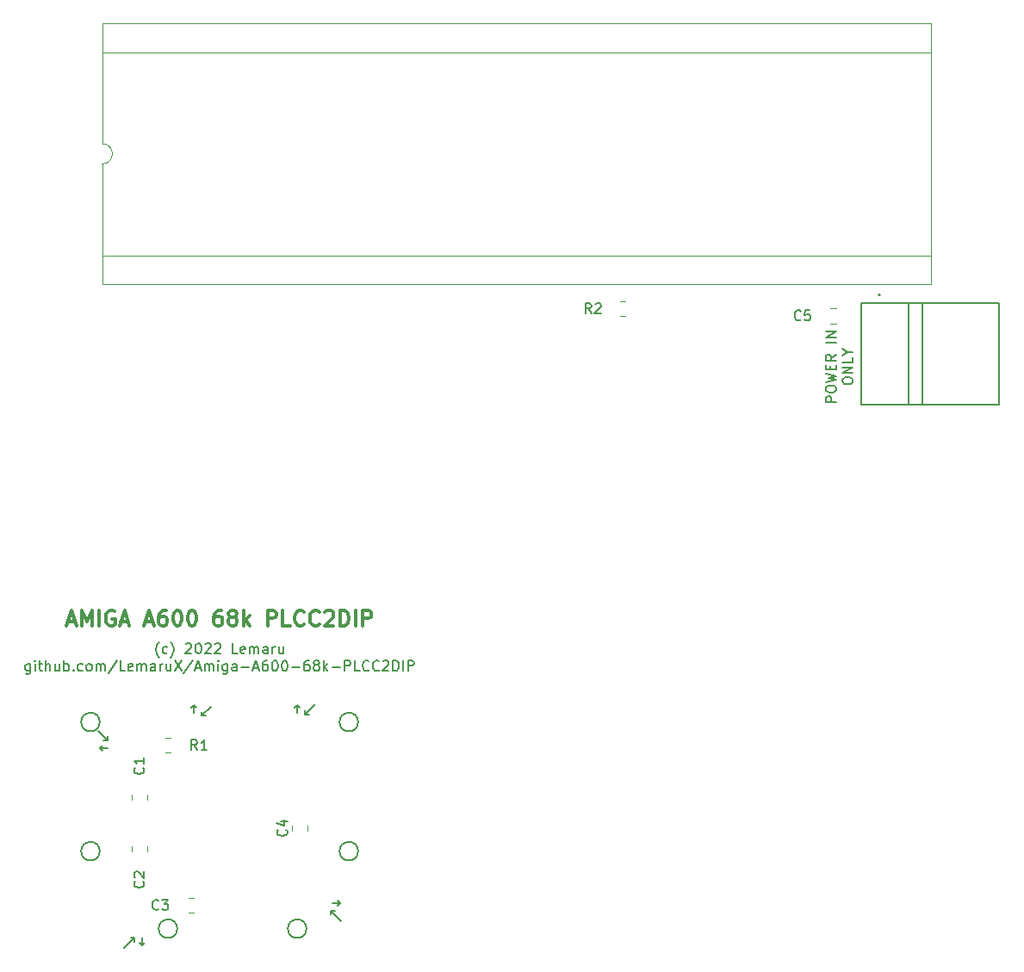
<source format=gto>
G04 #@! TF.GenerationSoftware,KiCad,Pcbnew,(5.1.12)-1*
G04 #@! TF.CreationDate,2022-03-01T21:28:55+00:00*
G04 #@! TF.ProjectId,A600_68k_PLCC_to_DIP64 _v1,41363030-5f36-4386-9b5f-504c43435f74,B*
G04 #@! TF.SameCoordinates,Original*
G04 #@! TF.FileFunction,Legend,Top*
G04 #@! TF.FilePolarity,Positive*
%FSLAX46Y46*%
G04 Gerber Fmt 4.6, Leading zero omitted, Abs format (unit mm)*
G04 Created by KiCad (PCBNEW (5.1.12)-1) date 2022-03-01 21:28:55*
%MOMM*%
%LPD*%
G01*
G04 APERTURE LIST*
%ADD10C,0.150000*%
%ADD11C,0.200000*%
%ADD12C,0.300000*%
%ADD13C,0.120000*%
%ADD14C,0.127000*%
%ADD15C,1.422400*%
%ADD16R,1.422400X1.422400*%
%ADD17C,0.700000*%
%ADD18C,4.000000*%
%ADD19C,1.408000*%
%ADD20R,1.408000X1.408000*%
G04 APERTURE END LIST*
D10*
X190127380Y-82827380D02*
X189127380Y-82827380D01*
X189127380Y-82446428D01*
X189175000Y-82351190D01*
X189222619Y-82303571D01*
X189317857Y-82255952D01*
X189460714Y-82255952D01*
X189555952Y-82303571D01*
X189603571Y-82351190D01*
X189651190Y-82446428D01*
X189651190Y-82827380D01*
X189127380Y-81636904D02*
X189127380Y-81446428D01*
X189175000Y-81351190D01*
X189270238Y-81255952D01*
X189460714Y-81208333D01*
X189794047Y-81208333D01*
X189984523Y-81255952D01*
X190079761Y-81351190D01*
X190127380Y-81446428D01*
X190127380Y-81636904D01*
X190079761Y-81732142D01*
X189984523Y-81827380D01*
X189794047Y-81875000D01*
X189460714Y-81875000D01*
X189270238Y-81827380D01*
X189175000Y-81732142D01*
X189127380Y-81636904D01*
X189127380Y-80875000D02*
X190127380Y-80636904D01*
X189413095Y-80446428D01*
X190127380Y-80255952D01*
X189127380Y-80017857D01*
X189603571Y-79636904D02*
X189603571Y-79303571D01*
X190127380Y-79160714D02*
X190127380Y-79636904D01*
X189127380Y-79636904D01*
X189127380Y-79160714D01*
X190127380Y-78160714D02*
X189651190Y-78494047D01*
X190127380Y-78732142D02*
X189127380Y-78732142D01*
X189127380Y-78351190D01*
X189175000Y-78255952D01*
X189222619Y-78208333D01*
X189317857Y-78160714D01*
X189460714Y-78160714D01*
X189555952Y-78208333D01*
X189603571Y-78255952D01*
X189651190Y-78351190D01*
X189651190Y-78732142D01*
X190127380Y-76970238D02*
X189127380Y-76970238D01*
X190127380Y-76494047D02*
X189127380Y-76494047D01*
X190127380Y-75922619D01*
X189127380Y-75922619D01*
X190777380Y-80827380D02*
X190777380Y-80636904D01*
X190825000Y-80541666D01*
X190920238Y-80446428D01*
X191110714Y-80398809D01*
X191444047Y-80398809D01*
X191634523Y-80446428D01*
X191729761Y-80541666D01*
X191777380Y-80636904D01*
X191777380Y-80827380D01*
X191729761Y-80922619D01*
X191634523Y-81017857D01*
X191444047Y-81065476D01*
X191110714Y-81065476D01*
X190920238Y-81017857D01*
X190825000Y-80922619D01*
X190777380Y-80827380D01*
X191777380Y-79970238D02*
X190777380Y-79970238D01*
X191777380Y-79398809D01*
X190777380Y-79398809D01*
X191777380Y-78446428D02*
X191777380Y-78922619D01*
X190777380Y-78922619D01*
X191301190Y-77922619D02*
X191777380Y-77922619D01*
X190777380Y-78255952D02*
X191301190Y-77922619D01*
X190777380Y-77589285D01*
D11*
X123587619Y-107933333D02*
X123540000Y-107885714D01*
X123444761Y-107742857D01*
X123397142Y-107647619D01*
X123349523Y-107504761D01*
X123301904Y-107266666D01*
X123301904Y-107076190D01*
X123349523Y-106838095D01*
X123397142Y-106695238D01*
X123444761Y-106600000D01*
X123540000Y-106457142D01*
X123587619Y-106409523D01*
X124397142Y-107504761D02*
X124301904Y-107552380D01*
X124111428Y-107552380D01*
X124016190Y-107504761D01*
X123968571Y-107457142D01*
X123920952Y-107361904D01*
X123920952Y-107076190D01*
X123968571Y-106980952D01*
X124016190Y-106933333D01*
X124111428Y-106885714D01*
X124301904Y-106885714D01*
X124397142Y-106933333D01*
X124730476Y-107933333D02*
X124778095Y-107885714D01*
X124873333Y-107742857D01*
X124920952Y-107647619D01*
X124968571Y-107504761D01*
X125016190Y-107266666D01*
X125016190Y-107076190D01*
X124968571Y-106838095D01*
X124920952Y-106695238D01*
X124873333Y-106600000D01*
X124778095Y-106457142D01*
X124730476Y-106409523D01*
X126206666Y-106647619D02*
X126254285Y-106600000D01*
X126349523Y-106552380D01*
X126587619Y-106552380D01*
X126682857Y-106600000D01*
X126730476Y-106647619D01*
X126778095Y-106742857D01*
X126778095Y-106838095D01*
X126730476Y-106980952D01*
X126159047Y-107552380D01*
X126778095Y-107552380D01*
X127397142Y-106552380D02*
X127492380Y-106552380D01*
X127587619Y-106600000D01*
X127635238Y-106647619D01*
X127682857Y-106742857D01*
X127730476Y-106933333D01*
X127730476Y-107171428D01*
X127682857Y-107361904D01*
X127635238Y-107457142D01*
X127587619Y-107504761D01*
X127492380Y-107552380D01*
X127397142Y-107552380D01*
X127301904Y-107504761D01*
X127254285Y-107457142D01*
X127206666Y-107361904D01*
X127159047Y-107171428D01*
X127159047Y-106933333D01*
X127206666Y-106742857D01*
X127254285Y-106647619D01*
X127301904Y-106600000D01*
X127397142Y-106552380D01*
X128111428Y-106647619D02*
X128159047Y-106600000D01*
X128254285Y-106552380D01*
X128492380Y-106552380D01*
X128587619Y-106600000D01*
X128635238Y-106647619D01*
X128682857Y-106742857D01*
X128682857Y-106838095D01*
X128635238Y-106980952D01*
X128063809Y-107552380D01*
X128682857Y-107552380D01*
X129063809Y-106647619D02*
X129111428Y-106600000D01*
X129206666Y-106552380D01*
X129444761Y-106552380D01*
X129540000Y-106600000D01*
X129587619Y-106647619D01*
X129635238Y-106742857D01*
X129635238Y-106838095D01*
X129587619Y-106980952D01*
X129016190Y-107552380D01*
X129635238Y-107552380D01*
X131301904Y-107552380D02*
X130825714Y-107552380D01*
X130825714Y-106552380D01*
X132016190Y-107504761D02*
X131920952Y-107552380D01*
X131730476Y-107552380D01*
X131635238Y-107504761D01*
X131587619Y-107409523D01*
X131587619Y-107028571D01*
X131635238Y-106933333D01*
X131730476Y-106885714D01*
X131920952Y-106885714D01*
X132016190Y-106933333D01*
X132063809Y-107028571D01*
X132063809Y-107123809D01*
X131587619Y-107219047D01*
X132492380Y-107552380D02*
X132492380Y-106885714D01*
X132492380Y-106980952D02*
X132540000Y-106933333D01*
X132635238Y-106885714D01*
X132778095Y-106885714D01*
X132873333Y-106933333D01*
X132920952Y-107028571D01*
X132920952Y-107552380D01*
X132920952Y-107028571D02*
X132968571Y-106933333D01*
X133063809Y-106885714D01*
X133206666Y-106885714D01*
X133301904Y-106933333D01*
X133349523Y-107028571D01*
X133349523Y-107552380D01*
X134254285Y-107552380D02*
X134254285Y-107028571D01*
X134206666Y-106933333D01*
X134111428Y-106885714D01*
X133920952Y-106885714D01*
X133825714Y-106933333D01*
X134254285Y-107504761D02*
X134159047Y-107552380D01*
X133920952Y-107552380D01*
X133825714Y-107504761D01*
X133778095Y-107409523D01*
X133778095Y-107314285D01*
X133825714Y-107219047D01*
X133920952Y-107171428D01*
X134159047Y-107171428D01*
X134254285Y-107123809D01*
X134730476Y-107552380D02*
X134730476Y-106885714D01*
X134730476Y-107076190D02*
X134778095Y-106980952D01*
X134825714Y-106933333D01*
X134920952Y-106885714D01*
X135016190Y-106885714D01*
X135778095Y-106885714D02*
X135778095Y-107552380D01*
X135349523Y-106885714D02*
X135349523Y-107409523D01*
X135397142Y-107504761D01*
X135492380Y-107552380D01*
X135635238Y-107552380D01*
X135730476Y-107504761D01*
X135778095Y-107457142D01*
X110920952Y-108585714D02*
X110920952Y-109395238D01*
X110873333Y-109490476D01*
X110825714Y-109538095D01*
X110730476Y-109585714D01*
X110587619Y-109585714D01*
X110492380Y-109538095D01*
X110920952Y-109204761D02*
X110825714Y-109252380D01*
X110635238Y-109252380D01*
X110540000Y-109204761D01*
X110492380Y-109157142D01*
X110444761Y-109061904D01*
X110444761Y-108776190D01*
X110492380Y-108680952D01*
X110540000Y-108633333D01*
X110635238Y-108585714D01*
X110825714Y-108585714D01*
X110920952Y-108633333D01*
X111397142Y-109252380D02*
X111397142Y-108585714D01*
X111397142Y-108252380D02*
X111349523Y-108300000D01*
X111397142Y-108347619D01*
X111444761Y-108300000D01*
X111397142Y-108252380D01*
X111397142Y-108347619D01*
X111730476Y-108585714D02*
X112111428Y-108585714D01*
X111873333Y-108252380D02*
X111873333Y-109109523D01*
X111920952Y-109204761D01*
X112016190Y-109252380D01*
X112111428Y-109252380D01*
X112444761Y-109252380D02*
X112444761Y-108252380D01*
X112873333Y-109252380D02*
X112873333Y-108728571D01*
X112825714Y-108633333D01*
X112730476Y-108585714D01*
X112587619Y-108585714D01*
X112492380Y-108633333D01*
X112444761Y-108680952D01*
X113778095Y-108585714D02*
X113778095Y-109252380D01*
X113349523Y-108585714D02*
X113349523Y-109109523D01*
X113397142Y-109204761D01*
X113492380Y-109252380D01*
X113635238Y-109252380D01*
X113730476Y-109204761D01*
X113778095Y-109157142D01*
X114254285Y-109252380D02*
X114254285Y-108252380D01*
X114254285Y-108633333D02*
X114349523Y-108585714D01*
X114540000Y-108585714D01*
X114635238Y-108633333D01*
X114682857Y-108680952D01*
X114730476Y-108776190D01*
X114730476Y-109061904D01*
X114682857Y-109157142D01*
X114635238Y-109204761D01*
X114540000Y-109252380D01*
X114349523Y-109252380D01*
X114254285Y-109204761D01*
X115159047Y-109157142D02*
X115206666Y-109204761D01*
X115159047Y-109252380D01*
X115111428Y-109204761D01*
X115159047Y-109157142D01*
X115159047Y-109252380D01*
X116063809Y-109204761D02*
X115968571Y-109252380D01*
X115778095Y-109252380D01*
X115682857Y-109204761D01*
X115635238Y-109157142D01*
X115587619Y-109061904D01*
X115587619Y-108776190D01*
X115635238Y-108680952D01*
X115682857Y-108633333D01*
X115778095Y-108585714D01*
X115968571Y-108585714D01*
X116063809Y-108633333D01*
X116635238Y-109252380D02*
X116540000Y-109204761D01*
X116492380Y-109157142D01*
X116444761Y-109061904D01*
X116444761Y-108776190D01*
X116492380Y-108680952D01*
X116540000Y-108633333D01*
X116635238Y-108585714D01*
X116778095Y-108585714D01*
X116873333Y-108633333D01*
X116920952Y-108680952D01*
X116968571Y-108776190D01*
X116968571Y-109061904D01*
X116920952Y-109157142D01*
X116873333Y-109204761D01*
X116778095Y-109252380D01*
X116635238Y-109252380D01*
X117397142Y-109252380D02*
X117397142Y-108585714D01*
X117397142Y-108680952D02*
X117444761Y-108633333D01*
X117540000Y-108585714D01*
X117682857Y-108585714D01*
X117778095Y-108633333D01*
X117825714Y-108728571D01*
X117825714Y-109252380D01*
X117825714Y-108728571D02*
X117873333Y-108633333D01*
X117968571Y-108585714D01*
X118111428Y-108585714D01*
X118206666Y-108633333D01*
X118254285Y-108728571D01*
X118254285Y-109252380D01*
X119444761Y-108204761D02*
X118587619Y-109490476D01*
X120254285Y-109252380D02*
X119778095Y-109252380D01*
X119778095Y-108252380D01*
X120968571Y-109204761D02*
X120873333Y-109252380D01*
X120682857Y-109252380D01*
X120587619Y-109204761D01*
X120540000Y-109109523D01*
X120540000Y-108728571D01*
X120587619Y-108633333D01*
X120682857Y-108585714D01*
X120873333Y-108585714D01*
X120968571Y-108633333D01*
X121016190Y-108728571D01*
X121016190Y-108823809D01*
X120540000Y-108919047D01*
X121444761Y-109252380D02*
X121444761Y-108585714D01*
X121444761Y-108680952D02*
X121492380Y-108633333D01*
X121587619Y-108585714D01*
X121730476Y-108585714D01*
X121825714Y-108633333D01*
X121873333Y-108728571D01*
X121873333Y-109252380D01*
X121873333Y-108728571D02*
X121920952Y-108633333D01*
X122016190Y-108585714D01*
X122159047Y-108585714D01*
X122254285Y-108633333D01*
X122301904Y-108728571D01*
X122301904Y-109252380D01*
X123206666Y-109252380D02*
X123206666Y-108728571D01*
X123159047Y-108633333D01*
X123063809Y-108585714D01*
X122873333Y-108585714D01*
X122778095Y-108633333D01*
X123206666Y-109204761D02*
X123111428Y-109252380D01*
X122873333Y-109252380D01*
X122778095Y-109204761D01*
X122730476Y-109109523D01*
X122730476Y-109014285D01*
X122778095Y-108919047D01*
X122873333Y-108871428D01*
X123111428Y-108871428D01*
X123206666Y-108823809D01*
X123682857Y-109252380D02*
X123682857Y-108585714D01*
X123682857Y-108776190D02*
X123730476Y-108680952D01*
X123778095Y-108633333D01*
X123873333Y-108585714D01*
X123968571Y-108585714D01*
X124730476Y-108585714D02*
X124730476Y-109252380D01*
X124301904Y-108585714D02*
X124301904Y-109109523D01*
X124349523Y-109204761D01*
X124444761Y-109252380D01*
X124587619Y-109252380D01*
X124682857Y-109204761D01*
X124730476Y-109157142D01*
X125111428Y-108252380D02*
X125778095Y-109252380D01*
X125778095Y-108252380D02*
X125111428Y-109252380D01*
X126873333Y-108204761D02*
X126016190Y-109490476D01*
X127159047Y-108966666D02*
X127635238Y-108966666D01*
X127063809Y-109252380D02*
X127397142Y-108252380D01*
X127730476Y-109252380D01*
X128063809Y-109252380D02*
X128063809Y-108585714D01*
X128063809Y-108680952D02*
X128111428Y-108633333D01*
X128206666Y-108585714D01*
X128349523Y-108585714D01*
X128444761Y-108633333D01*
X128492380Y-108728571D01*
X128492380Y-109252380D01*
X128492380Y-108728571D02*
X128540000Y-108633333D01*
X128635238Y-108585714D01*
X128778095Y-108585714D01*
X128873333Y-108633333D01*
X128920952Y-108728571D01*
X128920952Y-109252380D01*
X129397142Y-109252380D02*
X129397142Y-108585714D01*
X129397142Y-108252380D02*
X129349523Y-108300000D01*
X129397142Y-108347619D01*
X129444761Y-108300000D01*
X129397142Y-108252380D01*
X129397142Y-108347619D01*
X130301904Y-108585714D02*
X130301904Y-109395238D01*
X130254285Y-109490476D01*
X130206666Y-109538095D01*
X130111428Y-109585714D01*
X129968571Y-109585714D01*
X129873333Y-109538095D01*
X130301904Y-109204761D02*
X130206666Y-109252380D01*
X130016190Y-109252380D01*
X129920952Y-109204761D01*
X129873333Y-109157142D01*
X129825714Y-109061904D01*
X129825714Y-108776190D01*
X129873333Y-108680952D01*
X129920952Y-108633333D01*
X130016190Y-108585714D01*
X130206666Y-108585714D01*
X130301904Y-108633333D01*
X131206666Y-109252380D02*
X131206666Y-108728571D01*
X131159047Y-108633333D01*
X131063809Y-108585714D01*
X130873333Y-108585714D01*
X130778095Y-108633333D01*
X131206666Y-109204761D02*
X131111428Y-109252380D01*
X130873333Y-109252380D01*
X130778095Y-109204761D01*
X130730476Y-109109523D01*
X130730476Y-109014285D01*
X130778095Y-108919047D01*
X130873333Y-108871428D01*
X131111428Y-108871428D01*
X131206666Y-108823809D01*
X131682857Y-108871428D02*
X132444761Y-108871428D01*
X132873333Y-108966666D02*
X133349523Y-108966666D01*
X132778095Y-109252380D02*
X133111428Y-108252380D01*
X133444761Y-109252380D01*
X134206666Y-108252380D02*
X134016190Y-108252380D01*
X133920952Y-108300000D01*
X133873333Y-108347619D01*
X133778095Y-108490476D01*
X133730476Y-108680952D01*
X133730476Y-109061904D01*
X133778095Y-109157142D01*
X133825714Y-109204761D01*
X133920952Y-109252380D01*
X134111428Y-109252380D01*
X134206666Y-109204761D01*
X134254285Y-109157142D01*
X134301904Y-109061904D01*
X134301904Y-108823809D01*
X134254285Y-108728571D01*
X134206666Y-108680952D01*
X134111428Y-108633333D01*
X133920952Y-108633333D01*
X133825714Y-108680952D01*
X133778095Y-108728571D01*
X133730476Y-108823809D01*
X134920952Y-108252380D02*
X135016190Y-108252380D01*
X135111428Y-108300000D01*
X135159047Y-108347619D01*
X135206666Y-108442857D01*
X135254285Y-108633333D01*
X135254285Y-108871428D01*
X135206666Y-109061904D01*
X135159047Y-109157142D01*
X135111428Y-109204761D01*
X135016190Y-109252380D01*
X134920952Y-109252380D01*
X134825714Y-109204761D01*
X134778095Y-109157142D01*
X134730476Y-109061904D01*
X134682857Y-108871428D01*
X134682857Y-108633333D01*
X134730476Y-108442857D01*
X134778095Y-108347619D01*
X134825714Y-108300000D01*
X134920952Y-108252380D01*
X135873333Y-108252380D02*
X135968571Y-108252380D01*
X136063809Y-108300000D01*
X136111428Y-108347619D01*
X136159047Y-108442857D01*
X136206666Y-108633333D01*
X136206666Y-108871428D01*
X136159047Y-109061904D01*
X136111428Y-109157142D01*
X136063809Y-109204761D01*
X135968571Y-109252380D01*
X135873333Y-109252380D01*
X135778095Y-109204761D01*
X135730476Y-109157142D01*
X135682857Y-109061904D01*
X135635238Y-108871428D01*
X135635238Y-108633333D01*
X135682857Y-108442857D01*
X135730476Y-108347619D01*
X135778095Y-108300000D01*
X135873333Y-108252380D01*
X136635238Y-108871428D02*
X137397142Y-108871428D01*
X138301904Y-108252380D02*
X138111428Y-108252380D01*
X138016190Y-108300000D01*
X137968571Y-108347619D01*
X137873333Y-108490476D01*
X137825714Y-108680952D01*
X137825714Y-109061904D01*
X137873333Y-109157142D01*
X137920952Y-109204761D01*
X138016190Y-109252380D01*
X138206666Y-109252380D01*
X138301904Y-109204761D01*
X138349523Y-109157142D01*
X138397142Y-109061904D01*
X138397142Y-108823809D01*
X138349523Y-108728571D01*
X138301904Y-108680952D01*
X138206666Y-108633333D01*
X138016190Y-108633333D01*
X137920952Y-108680952D01*
X137873333Y-108728571D01*
X137825714Y-108823809D01*
X138968571Y-108680952D02*
X138873333Y-108633333D01*
X138825714Y-108585714D01*
X138778095Y-108490476D01*
X138778095Y-108442857D01*
X138825714Y-108347619D01*
X138873333Y-108300000D01*
X138968571Y-108252380D01*
X139159047Y-108252380D01*
X139254285Y-108300000D01*
X139301904Y-108347619D01*
X139349523Y-108442857D01*
X139349523Y-108490476D01*
X139301904Y-108585714D01*
X139254285Y-108633333D01*
X139159047Y-108680952D01*
X138968571Y-108680952D01*
X138873333Y-108728571D01*
X138825714Y-108776190D01*
X138778095Y-108871428D01*
X138778095Y-109061904D01*
X138825714Y-109157142D01*
X138873333Y-109204761D01*
X138968571Y-109252380D01*
X139159047Y-109252380D01*
X139254285Y-109204761D01*
X139301904Y-109157142D01*
X139349523Y-109061904D01*
X139349523Y-108871428D01*
X139301904Y-108776190D01*
X139254285Y-108728571D01*
X139159047Y-108680952D01*
X139778095Y-109252380D02*
X139778095Y-108252380D01*
X139873333Y-108871428D02*
X140159047Y-109252380D01*
X140159047Y-108585714D02*
X139778095Y-108966666D01*
X140587619Y-108871428D02*
X141349523Y-108871428D01*
X141825714Y-109252380D02*
X141825714Y-108252380D01*
X142206666Y-108252380D01*
X142301904Y-108300000D01*
X142349523Y-108347619D01*
X142397142Y-108442857D01*
X142397142Y-108585714D01*
X142349523Y-108680952D01*
X142301904Y-108728571D01*
X142206666Y-108776190D01*
X141825714Y-108776190D01*
X143301904Y-109252380D02*
X142825714Y-109252380D01*
X142825714Y-108252380D01*
X144206666Y-109157142D02*
X144159047Y-109204761D01*
X144016190Y-109252380D01*
X143920952Y-109252380D01*
X143778095Y-109204761D01*
X143682857Y-109109523D01*
X143635238Y-109014285D01*
X143587619Y-108823809D01*
X143587619Y-108680952D01*
X143635238Y-108490476D01*
X143682857Y-108395238D01*
X143778095Y-108300000D01*
X143920952Y-108252380D01*
X144016190Y-108252380D01*
X144159047Y-108300000D01*
X144206666Y-108347619D01*
X145206666Y-109157142D02*
X145159047Y-109204761D01*
X145016190Y-109252380D01*
X144920952Y-109252380D01*
X144778095Y-109204761D01*
X144682857Y-109109523D01*
X144635238Y-109014285D01*
X144587619Y-108823809D01*
X144587619Y-108680952D01*
X144635238Y-108490476D01*
X144682857Y-108395238D01*
X144778095Y-108300000D01*
X144920952Y-108252380D01*
X145016190Y-108252380D01*
X145159047Y-108300000D01*
X145206666Y-108347619D01*
X145587619Y-108347619D02*
X145635238Y-108300000D01*
X145730476Y-108252380D01*
X145968571Y-108252380D01*
X146063809Y-108300000D01*
X146111428Y-108347619D01*
X146159047Y-108442857D01*
X146159047Y-108538095D01*
X146111428Y-108680952D01*
X145540000Y-109252380D01*
X146159047Y-109252380D01*
X146587619Y-109252380D02*
X146587619Y-108252380D01*
X146825714Y-108252380D01*
X146968571Y-108300000D01*
X147063809Y-108395238D01*
X147111428Y-108490476D01*
X147159047Y-108680952D01*
X147159047Y-108823809D01*
X147111428Y-109014285D01*
X147063809Y-109109523D01*
X146968571Y-109204761D01*
X146825714Y-109252380D01*
X146587619Y-109252380D01*
X147587619Y-109252380D02*
X147587619Y-108252380D01*
X148063809Y-109252380D02*
X148063809Y-108252380D01*
X148444761Y-108252380D01*
X148540000Y-108300000D01*
X148587619Y-108347619D01*
X148635238Y-108442857D01*
X148635238Y-108585714D01*
X148587619Y-108680952D01*
X148540000Y-108728571D01*
X148444761Y-108776190D01*
X148063809Y-108776190D01*
D12*
X114611428Y-104390000D02*
X115325714Y-104390000D01*
X114468571Y-104818571D02*
X114968571Y-103318571D01*
X115468571Y-104818571D01*
X115968571Y-104818571D02*
X115968571Y-103318571D01*
X116468571Y-104390000D01*
X116968571Y-103318571D01*
X116968571Y-104818571D01*
X117682857Y-104818571D02*
X117682857Y-103318571D01*
X119182857Y-103390000D02*
X119040000Y-103318571D01*
X118825714Y-103318571D01*
X118611428Y-103390000D01*
X118468571Y-103532857D01*
X118397142Y-103675714D01*
X118325714Y-103961428D01*
X118325714Y-104175714D01*
X118397142Y-104461428D01*
X118468571Y-104604285D01*
X118611428Y-104747142D01*
X118825714Y-104818571D01*
X118968571Y-104818571D01*
X119182857Y-104747142D01*
X119254285Y-104675714D01*
X119254285Y-104175714D01*
X118968571Y-104175714D01*
X119825714Y-104390000D02*
X120540000Y-104390000D01*
X119682857Y-104818571D02*
X120182857Y-103318571D01*
X120682857Y-104818571D01*
X122254285Y-104390000D02*
X122968571Y-104390000D01*
X122111428Y-104818571D02*
X122611428Y-103318571D01*
X123111428Y-104818571D01*
X124254285Y-103318571D02*
X123968571Y-103318571D01*
X123825714Y-103390000D01*
X123754285Y-103461428D01*
X123611428Y-103675714D01*
X123540000Y-103961428D01*
X123540000Y-104532857D01*
X123611428Y-104675714D01*
X123682857Y-104747142D01*
X123825714Y-104818571D01*
X124111428Y-104818571D01*
X124254285Y-104747142D01*
X124325714Y-104675714D01*
X124397142Y-104532857D01*
X124397142Y-104175714D01*
X124325714Y-104032857D01*
X124254285Y-103961428D01*
X124111428Y-103890000D01*
X123825714Y-103890000D01*
X123682857Y-103961428D01*
X123611428Y-104032857D01*
X123540000Y-104175714D01*
X125325714Y-103318571D02*
X125468571Y-103318571D01*
X125611428Y-103390000D01*
X125682857Y-103461428D01*
X125754285Y-103604285D01*
X125825714Y-103890000D01*
X125825714Y-104247142D01*
X125754285Y-104532857D01*
X125682857Y-104675714D01*
X125611428Y-104747142D01*
X125468571Y-104818571D01*
X125325714Y-104818571D01*
X125182857Y-104747142D01*
X125111428Y-104675714D01*
X125040000Y-104532857D01*
X124968571Y-104247142D01*
X124968571Y-103890000D01*
X125040000Y-103604285D01*
X125111428Y-103461428D01*
X125182857Y-103390000D01*
X125325714Y-103318571D01*
X126754285Y-103318571D02*
X126897142Y-103318571D01*
X127040000Y-103390000D01*
X127111428Y-103461428D01*
X127182857Y-103604285D01*
X127254285Y-103890000D01*
X127254285Y-104247142D01*
X127182857Y-104532857D01*
X127111428Y-104675714D01*
X127040000Y-104747142D01*
X126897142Y-104818571D01*
X126754285Y-104818571D01*
X126611428Y-104747142D01*
X126540000Y-104675714D01*
X126468571Y-104532857D01*
X126397142Y-104247142D01*
X126397142Y-103890000D01*
X126468571Y-103604285D01*
X126540000Y-103461428D01*
X126611428Y-103390000D01*
X126754285Y-103318571D01*
X129682857Y-103318571D02*
X129397142Y-103318571D01*
X129254285Y-103390000D01*
X129182857Y-103461428D01*
X129040000Y-103675714D01*
X128968571Y-103961428D01*
X128968571Y-104532857D01*
X129040000Y-104675714D01*
X129111428Y-104747142D01*
X129254285Y-104818571D01*
X129540000Y-104818571D01*
X129682857Y-104747142D01*
X129754285Y-104675714D01*
X129825714Y-104532857D01*
X129825714Y-104175714D01*
X129754285Y-104032857D01*
X129682857Y-103961428D01*
X129540000Y-103890000D01*
X129254285Y-103890000D01*
X129111428Y-103961428D01*
X129040000Y-104032857D01*
X128968571Y-104175714D01*
X130682857Y-103961428D02*
X130540000Y-103890000D01*
X130468571Y-103818571D01*
X130397142Y-103675714D01*
X130397142Y-103604285D01*
X130468571Y-103461428D01*
X130540000Y-103390000D01*
X130682857Y-103318571D01*
X130968571Y-103318571D01*
X131111428Y-103390000D01*
X131182857Y-103461428D01*
X131254285Y-103604285D01*
X131254285Y-103675714D01*
X131182857Y-103818571D01*
X131111428Y-103890000D01*
X130968571Y-103961428D01*
X130682857Y-103961428D01*
X130540000Y-104032857D01*
X130468571Y-104104285D01*
X130397142Y-104247142D01*
X130397142Y-104532857D01*
X130468571Y-104675714D01*
X130540000Y-104747142D01*
X130682857Y-104818571D01*
X130968571Y-104818571D01*
X131111428Y-104747142D01*
X131182857Y-104675714D01*
X131254285Y-104532857D01*
X131254285Y-104247142D01*
X131182857Y-104104285D01*
X131111428Y-104032857D01*
X130968571Y-103961428D01*
X131897142Y-104818571D02*
X131897142Y-103318571D01*
X132040000Y-104247142D02*
X132468571Y-104818571D01*
X132468571Y-103818571D02*
X131897142Y-104390000D01*
X134254285Y-104818571D02*
X134254285Y-103318571D01*
X134825714Y-103318571D01*
X134968571Y-103390000D01*
X135040000Y-103461428D01*
X135111428Y-103604285D01*
X135111428Y-103818571D01*
X135040000Y-103961428D01*
X134968571Y-104032857D01*
X134825714Y-104104285D01*
X134254285Y-104104285D01*
X136468571Y-104818571D02*
X135754285Y-104818571D01*
X135754285Y-103318571D01*
X137825714Y-104675714D02*
X137754285Y-104747142D01*
X137540000Y-104818571D01*
X137397142Y-104818571D01*
X137182857Y-104747142D01*
X137040000Y-104604285D01*
X136968571Y-104461428D01*
X136897142Y-104175714D01*
X136897142Y-103961428D01*
X136968571Y-103675714D01*
X137040000Y-103532857D01*
X137182857Y-103390000D01*
X137397142Y-103318571D01*
X137540000Y-103318571D01*
X137754285Y-103390000D01*
X137825714Y-103461428D01*
X139325714Y-104675714D02*
X139254285Y-104747142D01*
X139040000Y-104818571D01*
X138897142Y-104818571D01*
X138682857Y-104747142D01*
X138540000Y-104604285D01*
X138468571Y-104461428D01*
X138397142Y-104175714D01*
X138397142Y-103961428D01*
X138468571Y-103675714D01*
X138540000Y-103532857D01*
X138682857Y-103390000D01*
X138897142Y-103318571D01*
X139040000Y-103318571D01*
X139254285Y-103390000D01*
X139325714Y-103461428D01*
X139897142Y-103461428D02*
X139968571Y-103390000D01*
X140111428Y-103318571D01*
X140468571Y-103318571D01*
X140611428Y-103390000D01*
X140682857Y-103461428D01*
X140754285Y-103604285D01*
X140754285Y-103747142D01*
X140682857Y-103961428D01*
X139825714Y-104818571D01*
X140754285Y-104818571D01*
X141397142Y-104818571D02*
X141397142Y-103318571D01*
X141754285Y-103318571D01*
X141968571Y-103390000D01*
X142111428Y-103532857D01*
X142182857Y-103675714D01*
X142254285Y-103961428D01*
X142254285Y-104175714D01*
X142182857Y-104461428D01*
X142111428Y-104604285D01*
X141968571Y-104747142D01*
X141754285Y-104818571D01*
X141397142Y-104818571D01*
X142897142Y-104818571D02*
X142897142Y-103318571D01*
X143611428Y-104818571D02*
X143611428Y-103318571D01*
X144182857Y-103318571D01*
X144325714Y-103390000D01*
X144397142Y-103461428D01*
X144468571Y-103604285D01*
X144468571Y-103818571D01*
X144397142Y-103961428D01*
X144325714Y-104032857D01*
X144182857Y-104104285D01*
X143611428Y-104104285D01*
D13*
X117990000Y-59420000D02*
X117990000Y-71240000D01*
X117990000Y-68410000D02*
X199510000Y-68410000D01*
X199510000Y-68410000D02*
X199510000Y-48430000D01*
X199510000Y-48430000D02*
X117990000Y-48430000D01*
X117990000Y-45600000D02*
X117990000Y-57420000D01*
X117990000Y-71240000D02*
X199510000Y-71240000D01*
X199510000Y-71240000D02*
X199510000Y-45600000D01*
X199510000Y-45600000D02*
X117990000Y-45600000D01*
X117990000Y-57420000D02*
G75*
G02*
X117990000Y-59420000I0J-1000000D01*
G01*
D10*
X137160000Y-112649000D02*
X136906000Y-112903000D01*
X137160000Y-113411000D02*
X137160000Y-112649000D01*
X137414000Y-112903000D02*
X137160000Y-112649000D01*
X141097000Y-132334000D02*
X141351000Y-132080000D01*
X141351000Y-132080000D02*
X141097000Y-131826000D01*
X140589000Y-132080000D02*
X141351000Y-132080000D01*
X138303000Y-113538000D02*
X137922000Y-113538000D01*
X138938000Y-112522000D02*
X137922000Y-113538000D01*
X137922000Y-113538000D02*
X137922000Y-113157000D01*
X140843000Y-132842000D02*
X140462000Y-132842000D01*
X140462000Y-132842000D02*
X140462000Y-133223000D01*
X141478000Y-133858000D02*
X140462000Y-132842000D01*
X121158000Y-135890000D02*
X121158000Y-135509000D01*
X121158000Y-135509000D02*
X120777000Y-135509000D01*
X120142000Y-136525000D02*
X121158000Y-135509000D01*
X117983000Y-116586000D02*
X117729000Y-116840000D01*
X117729000Y-116840000D02*
X117983000Y-117094000D01*
X118491000Y-116840000D02*
X117729000Y-116840000D01*
X118110000Y-116078000D02*
X118491000Y-116078000D01*
X118491000Y-116078000D02*
X118491000Y-115697000D01*
X117602000Y-115189000D02*
X118491000Y-116078000D01*
X127254000Y-112903000D02*
X127000000Y-112649000D01*
X127000000Y-112649000D02*
X126746000Y-112903000D01*
X127000000Y-113411000D02*
X127000000Y-112649000D01*
X128143000Y-113665000D02*
X127762000Y-113665000D01*
X127762000Y-113665000D02*
X127762000Y-113284000D01*
X128651000Y-112776000D02*
X127762000Y-113665000D01*
X122174000Y-136017000D02*
X121920000Y-136271000D01*
X121920000Y-136271000D02*
X121666000Y-136017000D01*
X121920000Y-135509000D02*
X121920000Y-136144000D01*
X117755810Y-114300000D02*
G75*
G03*
X117755810Y-114300000I-915810J0D01*
G01*
X117755810Y-127000000D02*
G75*
G03*
X117755810Y-127000000I-915810J0D01*
G01*
X125375810Y-134620000D02*
G75*
G03*
X125375810Y-134620000I-915810J0D01*
G01*
X138075810Y-134620000D02*
G75*
G03*
X138075810Y-134620000I-915810J0D01*
G01*
X143155810Y-127000000D02*
G75*
G03*
X143155810Y-127000000I-915810J0D01*
G01*
X143155810Y-114300000D02*
G75*
G03*
X143155810Y-114300000I-915810J0D01*
G01*
D13*
X122401000Y-121404748D02*
X122401000Y-121927252D01*
X120931000Y-121404748D02*
X120931000Y-121927252D01*
X120931000Y-126484748D02*
X120931000Y-127007252D01*
X122401000Y-126484748D02*
X122401000Y-127007252D01*
X126484748Y-131599000D02*
X127007252Y-131599000D01*
X126484748Y-133069000D02*
X127007252Y-133069000D01*
X138149000Y-124975252D02*
X138149000Y-124452748D01*
X136679000Y-124975252D02*
X136679000Y-124452748D01*
X124232936Y-115851000D02*
X124687064Y-115851000D01*
X124232936Y-117321000D02*
X124687064Y-117321000D01*
X168927936Y-74395000D02*
X169382064Y-74395000D01*
X168927936Y-72925000D02*
X169382064Y-72925000D01*
D14*
X197240000Y-73105000D02*
X197240000Y-83105000D01*
X198640000Y-73105000D02*
X198640000Y-83105000D01*
D11*
X194490000Y-72305000D02*
G75*
G03*
X194490000Y-72305000I-100000J0D01*
G01*
D14*
X197240000Y-73105000D02*
X192640000Y-73105000D01*
X198640000Y-73105000D02*
X197240000Y-73105000D01*
X206140000Y-73105000D02*
X198640000Y-73105000D01*
X206140000Y-83105000D02*
X206140000Y-73105000D01*
X198640000Y-83105000D02*
X206140000Y-83105000D01*
X197240000Y-83105000D02*
X198640000Y-83105000D01*
X192640000Y-83105000D02*
X197240000Y-83105000D01*
X192640000Y-73105000D02*
X192640000Y-83105000D01*
D13*
X190126252Y-73620000D02*
X189603748Y-73620000D01*
X190126252Y-75090000D02*
X189603748Y-75090000D01*
D10*
X122023142Y-118784666D02*
X122070761Y-118832285D01*
X122118380Y-118975142D01*
X122118380Y-119070380D01*
X122070761Y-119213238D01*
X121975523Y-119308476D01*
X121880285Y-119356095D01*
X121689809Y-119403714D01*
X121546952Y-119403714D01*
X121356476Y-119356095D01*
X121261238Y-119308476D01*
X121166000Y-119213238D01*
X121118380Y-119070380D01*
X121118380Y-118975142D01*
X121166000Y-118832285D01*
X121213619Y-118784666D01*
X122118380Y-117832285D02*
X122118380Y-118403714D01*
X122118380Y-118118000D02*
X121118380Y-118118000D01*
X121261238Y-118213238D01*
X121356476Y-118308476D01*
X121404095Y-118403714D01*
X122023142Y-129960666D02*
X122070761Y-130008285D01*
X122118380Y-130151142D01*
X122118380Y-130246380D01*
X122070761Y-130389238D01*
X121975523Y-130484476D01*
X121880285Y-130532095D01*
X121689809Y-130579714D01*
X121546952Y-130579714D01*
X121356476Y-130532095D01*
X121261238Y-130484476D01*
X121166000Y-130389238D01*
X121118380Y-130246380D01*
X121118380Y-130151142D01*
X121166000Y-130008285D01*
X121213619Y-129960666D01*
X121213619Y-129579714D02*
X121166000Y-129532095D01*
X121118380Y-129436857D01*
X121118380Y-129198761D01*
X121166000Y-129103523D01*
X121213619Y-129055904D01*
X121308857Y-129008285D01*
X121404095Y-129008285D01*
X121546952Y-129055904D01*
X122118380Y-129627333D01*
X122118380Y-129008285D01*
X123531333Y-132691142D02*
X123483714Y-132738761D01*
X123340857Y-132786380D01*
X123245619Y-132786380D01*
X123102761Y-132738761D01*
X123007523Y-132643523D01*
X122959904Y-132548285D01*
X122912285Y-132357809D01*
X122912285Y-132214952D01*
X122959904Y-132024476D01*
X123007523Y-131929238D01*
X123102761Y-131834000D01*
X123245619Y-131786380D01*
X123340857Y-131786380D01*
X123483714Y-131834000D01*
X123531333Y-131881619D01*
X123864666Y-131786380D02*
X124483714Y-131786380D01*
X124150380Y-132167333D01*
X124293238Y-132167333D01*
X124388476Y-132214952D01*
X124436095Y-132262571D01*
X124483714Y-132357809D01*
X124483714Y-132595904D01*
X124436095Y-132691142D01*
X124388476Y-132738761D01*
X124293238Y-132786380D01*
X124007523Y-132786380D01*
X123912285Y-132738761D01*
X123864666Y-132691142D01*
X136091142Y-124880666D02*
X136138761Y-124928285D01*
X136186380Y-125071142D01*
X136186380Y-125166380D01*
X136138761Y-125309238D01*
X136043523Y-125404476D01*
X135948285Y-125452095D01*
X135757809Y-125499714D01*
X135614952Y-125499714D01*
X135424476Y-125452095D01*
X135329238Y-125404476D01*
X135234000Y-125309238D01*
X135186380Y-125166380D01*
X135186380Y-125071142D01*
X135234000Y-124928285D01*
X135281619Y-124880666D01*
X135519714Y-124023523D02*
X136186380Y-124023523D01*
X135138761Y-124261619D02*
X135853047Y-124499714D01*
X135853047Y-123880666D01*
X127341333Y-117038380D02*
X127008000Y-116562190D01*
X126769904Y-117038380D02*
X126769904Y-116038380D01*
X127150857Y-116038380D01*
X127246095Y-116086000D01*
X127293714Y-116133619D01*
X127341333Y-116228857D01*
X127341333Y-116371714D01*
X127293714Y-116466952D01*
X127246095Y-116514571D01*
X127150857Y-116562190D01*
X126769904Y-116562190D01*
X128293714Y-117038380D02*
X127722285Y-117038380D01*
X128008000Y-117038380D02*
X128008000Y-116038380D01*
X127912761Y-116181238D01*
X127817523Y-116276476D01*
X127722285Y-116324095D01*
X166076333Y-74112380D02*
X165743000Y-73636190D01*
X165504904Y-74112380D02*
X165504904Y-73112380D01*
X165885857Y-73112380D01*
X165981095Y-73160000D01*
X166028714Y-73207619D01*
X166076333Y-73302857D01*
X166076333Y-73445714D01*
X166028714Y-73540952D01*
X165981095Y-73588571D01*
X165885857Y-73636190D01*
X165504904Y-73636190D01*
X166457285Y-73207619D02*
X166504904Y-73160000D01*
X166600142Y-73112380D01*
X166838238Y-73112380D01*
X166933476Y-73160000D01*
X166981095Y-73207619D01*
X167028714Y-73302857D01*
X167028714Y-73398095D01*
X166981095Y-73540952D01*
X166409666Y-74112380D01*
X167028714Y-74112380D01*
X186671833Y-74712142D02*
X186624214Y-74759761D01*
X186481357Y-74807380D01*
X186386119Y-74807380D01*
X186243261Y-74759761D01*
X186148023Y-74664523D01*
X186100404Y-74569285D01*
X186052785Y-74378809D01*
X186052785Y-74235952D01*
X186100404Y-74045476D01*
X186148023Y-73950238D01*
X186243261Y-73855000D01*
X186386119Y-73807380D01*
X186481357Y-73807380D01*
X186624214Y-73855000D01*
X186671833Y-73902619D01*
X187576595Y-73807380D02*
X187100404Y-73807380D01*
X187052785Y-74283571D01*
X187100404Y-74235952D01*
X187195642Y-74188333D01*
X187433738Y-74188333D01*
X187528976Y-74235952D01*
X187576595Y-74283571D01*
X187624214Y-74378809D01*
X187624214Y-74616904D01*
X187576595Y-74712142D01*
X187528976Y-74759761D01*
X187433738Y-74807380D01*
X187195642Y-74807380D01*
X187100404Y-74759761D01*
X187052785Y-74712142D01*
%LPC*%
D15*
X119380000Y-46990000D03*
X198120000Y-69850000D03*
X121920000Y-46990000D03*
X195580000Y-69850000D03*
X124460000Y-46990000D03*
X193040000Y-69850000D03*
X127000000Y-46990000D03*
X190500000Y-69850000D03*
X129540000Y-46990000D03*
X187960000Y-69850000D03*
X132080000Y-46990000D03*
X185420000Y-69850000D03*
X134620000Y-46990000D03*
X182880000Y-69850000D03*
X137160000Y-46990000D03*
X180340000Y-69850000D03*
X139700000Y-46990000D03*
X177800000Y-69850000D03*
X142240000Y-46990000D03*
X175260000Y-69850000D03*
X144780000Y-46990000D03*
X172720000Y-69850000D03*
X147320000Y-46990000D03*
X170180000Y-69850000D03*
X149860000Y-46990000D03*
X167640000Y-69850000D03*
X152400000Y-46990000D03*
X165100000Y-69850000D03*
X154940000Y-46990000D03*
X162560000Y-69850000D03*
X157480000Y-46990000D03*
X160020000Y-69850000D03*
X160020000Y-46990000D03*
X157480000Y-69850000D03*
X162560000Y-46990000D03*
X154940000Y-69850000D03*
X165100000Y-46990000D03*
X152400000Y-69850000D03*
X167640000Y-46990000D03*
X149860000Y-69850000D03*
X170180000Y-46990000D03*
X147320000Y-69850000D03*
X172720000Y-46990000D03*
X144780000Y-69850000D03*
X175260000Y-46990000D03*
X142240000Y-69850000D03*
X177800000Y-46990000D03*
X139700000Y-69850000D03*
X180340000Y-46990000D03*
X137160000Y-69850000D03*
X182880000Y-46990000D03*
X134620000Y-69850000D03*
X185420000Y-46990000D03*
X132080000Y-69850000D03*
X187960000Y-46990000D03*
X129540000Y-69850000D03*
X190500000Y-46990000D03*
X127000000Y-69850000D03*
X193040000Y-46990000D03*
X124460000Y-69850000D03*
X195580000Y-46990000D03*
X121920000Y-69850000D03*
X198120000Y-46990000D03*
D16*
X119380000Y-69850000D03*
D17*
X203319000Y-45669000D03*
X202880000Y-46730000D03*
X203319000Y-47791000D03*
X204380000Y-48230000D03*
X205441000Y-47791000D03*
X205880000Y-46730000D03*
X205441000Y-45669000D03*
X204380000Y-45230000D03*
D18*
X204380000Y-46730000D03*
X110880000Y-46730000D03*
D17*
X112380000Y-46730000D03*
X111941000Y-47791000D03*
X110880000Y-48230000D03*
X109819000Y-47791000D03*
X109380000Y-46730000D03*
X109819000Y-45669000D03*
X110880000Y-45230000D03*
X111941000Y-45669000D03*
D18*
X110880000Y-120730000D03*
D17*
X112380000Y-120730000D03*
X111941000Y-121791000D03*
X110880000Y-122230000D03*
X109819000Y-121791000D03*
X109380000Y-120730000D03*
X109819000Y-119669000D03*
X110880000Y-119230000D03*
X111941000Y-119669000D03*
D15*
X142240000Y-114300000D03*
X142240000Y-116840000D03*
X142240000Y-119380000D03*
X142240000Y-121920000D03*
X142240000Y-124460000D03*
X142240000Y-127000000D03*
X142240000Y-129540000D03*
X142240000Y-132080000D03*
X139700000Y-111760000D03*
X139700000Y-114300000D03*
X139700000Y-116840000D03*
X139700000Y-119380000D03*
X139700000Y-121920000D03*
X139700000Y-124460000D03*
X139700000Y-127000000D03*
X139700000Y-129540000D03*
X139700000Y-132080000D03*
X139700000Y-137160000D03*
X137160000Y-137160000D03*
X134620000Y-137160000D03*
X132080000Y-137160000D03*
X129540000Y-137160000D03*
X127000000Y-137160000D03*
X124460000Y-137160000D03*
X121920000Y-137160000D03*
X119380000Y-137160000D03*
X142240000Y-134620000D03*
X139700000Y-134620000D03*
X137160000Y-134620000D03*
X134620000Y-134620000D03*
X132080000Y-134620000D03*
X129540000Y-134620000D03*
X127000000Y-134620000D03*
X124460000Y-134620000D03*
X121920000Y-134620000D03*
X116840000Y-134620000D03*
X116840000Y-132080000D03*
X116840000Y-129540000D03*
X116840000Y-127000000D03*
X116840000Y-124460000D03*
X116840000Y-121920000D03*
X116840000Y-119380000D03*
X116840000Y-116840000D03*
X116840000Y-114300000D03*
X119380000Y-134620000D03*
X119380000Y-132080000D03*
X119380000Y-129540000D03*
X119380000Y-127000000D03*
X119380000Y-124460000D03*
X119380000Y-121920000D03*
X119380000Y-119380000D03*
X119380000Y-116840000D03*
X137160000Y-111760000D03*
X134620000Y-111760000D03*
X132080000Y-111760000D03*
X119380000Y-111760000D03*
X121920000Y-111760000D03*
X124460000Y-111760000D03*
X127000000Y-111760000D03*
D16*
X129540000Y-111760000D03*
D15*
X137160000Y-114300000D03*
X134620000Y-114300000D03*
X132080000Y-114300000D03*
X129540000Y-114300000D03*
X119380000Y-114300000D03*
X121920000Y-114300000D03*
X124460000Y-114300000D03*
X127000000Y-114300000D03*
G36*
G01*
X121191000Y-120041000D02*
X122141000Y-120041000D01*
G75*
G02*
X122391000Y-120291000I0J-250000D01*
G01*
X122391000Y-120966000D01*
G75*
G02*
X122141000Y-121216000I-250000J0D01*
G01*
X121191000Y-121216000D01*
G75*
G02*
X120941000Y-120966000I0J250000D01*
G01*
X120941000Y-120291000D01*
G75*
G02*
X121191000Y-120041000I250000J0D01*
G01*
G37*
G36*
G01*
X121191000Y-122116000D02*
X122141000Y-122116000D01*
G75*
G02*
X122391000Y-122366000I0J-250000D01*
G01*
X122391000Y-123041000D01*
G75*
G02*
X122141000Y-123291000I-250000J0D01*
G01*
X121191000Y-123291000D01*
G75*
G02*
X120941000Y-123041000I0J250000D01*
G01*
X120941000Y-122366000D01*
G75*
G02*
X121191000Y-122116000I250000J0D01*
G01*
G37*
G36*
G01*
X121191000Y-127196000D02*
X122141000Y-127196000D01*
G75*
G02*
X122391000Y-127446000I0J-250000D01*
G01*
X122391000Y-128121000D01*
G75*
G02*
X122141000Y-128371000I-250000J0D01*
G01*
X121191000Y-128371000D01*
G75*
G02*
X120941000Y-128121000I0J250000D01*
G01*
X120941000Y-127446000D01*
G75*
G02*
X121191000Y-127196000I250000J0D01*
G01*
G37*
G36*
G01*
X121191000Y-125121000D02*
X122141000Y-125121000D01*
G75*
G02*
X122391000Y-125371000I0J-250000D01*
G01*
X122391000Y-126046000D01*
G75*
G02*
X122141000Y-126296000I-250000J0D01*
G01*
X121191000Y-126296000D01*
G75*
G02*
X120941000Y-126046000I0J250000D01*
G01*
X120941000Y-125371000D01*
G75*
G02*
X121191000Y-125121000I250000J0D01*
G01*
G37*
G36*
G01*
X125121000Y-132809000D02*
X125121000Y-131859000D01*
G75*
G02*
X125371000Y-131609000I250000J0D01*
G01*
X126046000Y-131609000D01*
G75*
G02*
X126296000Y-131859000I0J-250000D01*
G01*
X126296000Y-132809000D01*
G75*
G02*
X126046000Y-133059000I-250000J0D01*
G01*
X125371000Y-133059000D01*
G75*
G02*
X125121000Y-132809000I0J250000D01*
G01*
G37*
G36*
G01*
X127196000Y-132809000D02*
X127196000Y-131859000D01*
G75*
G02*
X127446000Y-131609000I250000J0D01*
G01*
X128121000Y-131609000D01*
G75*
G02*
X128371000Y-131859000I0J-250000D01*
G01*
X128371000Y-132809000D01*
G75*
G02*
X128121000Y-133059000I-250000J0D01*
G01*
X127446000Y-133059000D01*
G75*
G02*
X127196000Y-132809000I0J250000D01*
G01*
G37*
G36*
G01*
X137889000Y-124264000D02*
X136939000Y-124264000D01*
G75*
G02*
X136689000Y-124014000I0J250000D01*
G01*
X136689000Y-123339000D01*
G75*
G02*
X136939000Y-123089000I250000J0D01*
G01*
X137889000Y-123089000D01*
G75*
G02*
X138139000Y-123339000I0J-250000D01*
G01*
X138139000Y-124014000D01*
G75*
G02*
X137889000Y-124264000I-250000J0D01*
G01*
G37*
G36*
G01*
X137889000Y-126339000D02*
X136939000Y-126339000D01*
G75*
G02*
X136689000Y-126089000I0J250000D01*
G01*
X136689000Y-125414000D01*
G75*
G02*
X136939000Y-125164000I250000J0D01*
G01*
X137889000Y-125164000D01*
G75*
G02*
X138139000Y-125414000I0J-250000D01*
G01*
X138139000Y-126089000D01*
G75*
G02*
X137889000Y-126339000I-250000J0D01*
G01*
G37*
G36*
G01*
X122860000Y-117036001D02*
X122860000Y-116135999D01*
G75*
G02*
X123109999Y-115886000I249999J0D01*
G01*
X123810001Y-115886000D01*
G75*
G02*
X124060000Y-116135999I0J-249999D01*
G01*
X124060000Y-117036001D01*
G75*
G02*
X123810001Y-117286000I-249999J0D01*
G01*
X123109999Y-117286000D01*
G75*
G02*
X122860000Y-117036001I0J249999D01*
G01*
G37*
G36*
G01*
X124860000Y-117036001D02*
X124860000Y-116135999D01*
G75*
G02*
X125109999Y-115886000I249999J0D01*
G01*
X125810001Y-115886000D01*
G75*
G02*
X126060000Y-116135999I0J-249999D01*
G01*
X126060000Y-117036001D01*
G75*
G02*
X125810001Y-117286000I-249999J0D01*
G01*
X125109999Y-117286000D01*
G75*
G02*
X124860000Y-117036001I0J249999D01*
G01*
G37*
G36*
G01*
X169555000Y-74110001D02*
X169555000Y-73209999D01*
G75*
G02*
X169804999Y-72960000I249999J0D01*
G01*
X170505001Y-72960000D01*
G75*
G02*
X170755000Y-73209999I0J-249999D01*
G01*
X170755000Y-74110001D01*
G75*
G02*
X170505001Y-74360000I-249999J0D01*
G01*
X169804999Y-74360000D01*
G75*
G02*
X169555000Y-74110001I0J249999D01*
G01*
G37*
G36*
G01*
X167555000Y-74110001D02*
X167555000Y-73209999D01*
G75*
G02*
X167804999Y-72960000I249999J0D01*
G01*
X168505001Y-72960000D01*
G75*
G02*
X168755000Y-73209999I0J-249999D01*
G01*
X168755000Y-74110001D01*
G75*
G02*
X168505001Y-74360000I-249999J0D01*
G01*
X167804999Y-74360000D01*
G75*
G02*
X167555000Y-74110001I0J249999D01*
G01*
G37*
D19*
X194840000Y-81855000D03*
X194840000Y-79355000D03*
X194840000Y-76855000D03*
D20*
X194840000Y-74355000D03*
G36*
G01*
X191490000Y-73880000D02*
X191490000Y-74830000D01*
G75*
G02*
X191240000Y-75080000I-250000J0D01*
G01*
X190565000Y-75080000D01*
G75*
G02*
X190315000Y-74830000I0J250000D01*
G01*
X190315000Y-73880000D01*
G75*
G02*
X190565000Y-73630000I250000J0D01*
G01*
X191240000Y-73630000D01*
G75*
G02*
X191490000Y-73880000I0J-250000D01*
G01*
G37*
G36*
G01*
X189415000Y-73880000D02*
X189415000Y-74830000D01*
G75*
G02*
X189165000Y-75080000I-250000J0D01*
G01*
X188490000Y-75080000D01*
G75*
G02*
X188240000Y-74830000I0J250000D01*
G01*
X188240000Y-73880000D01*
G75*
G02*
X188490000Y-73630000I250000J0D01*
G01*
X189165000Y-73630000D01*
G75*
G02*
X189415000Y-73880000I0J-250000D01*
G01*
G37*
M02*

</source>
